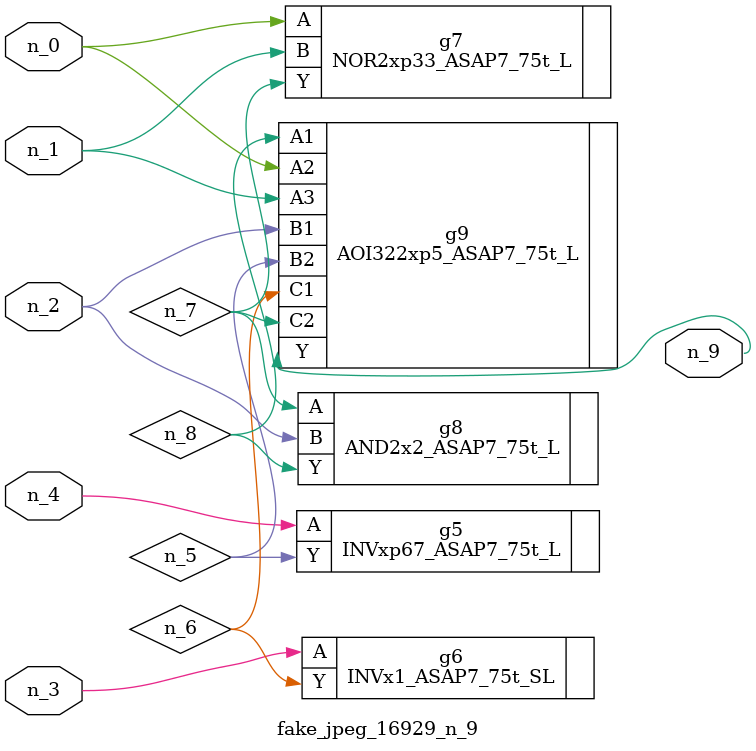
<source format=v>
module fake_jpeg_16929_n_9 (n_3, n_2, n_1, n_0, n_4, n_9);

input n_3;
input n_2;
input n_1;
input n_0;
input n_4;

output n_9;

wire n_8;
wire n_6;
wire n_5;
wire n_7;

INVxp67_ASAP7_75t_L g5 ( 
.A(n_4),
.Y(n_5)
);

INVx1_ASAP7_75t_SL g6 ( 
.A(n_3),
.Y(n_6)
);

NOR2xp33_ASAP7_75t_L g7 ( 
.A(n_0),
.B(n_1),
.Y(n_7)
);

AND2x2_ASAP7_75t_L g8 ( 
.A(n_7),
.B(n_2),
.Y(n_8)
);

AOI322xp5_ASAP7_75t_L g9 ( 
.A1(n_8),
.A2(n_0),
.A3(n_1),
.B1(n_2),
.B2(n_5),
.C1(n_6),
.C2(n_7),
.Y(n_9)
);


endmodule
</source>
